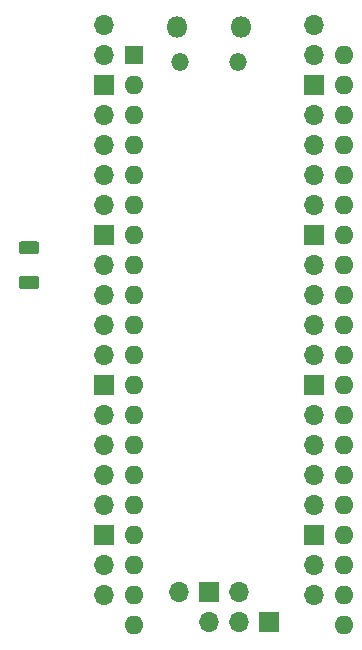
<source format=gbr>
%TF.GenerationSoftware,KiCad,Pcbnew,(5.1.9)-1*%
%TF.CreationDate,2021-10-31T23:11:17+08:00*%
%TF.ProjectId,PinRemapInterposer,50696e52-656d-4617-9049-6e746572706f,rev?*%
%TF.SameCoordinates,Original*%
%TF.FileFunction,Soldermask,Top*%
%TF.FilePolarity,Negative*%
%FSLAX46Y46*%
G04 Gerber Fmt 4.6, Leading zero omitted, Abs format (unit mm)*
G04 Created by KiCad (PCBNEW (5.1.9)-1) date 2021-10-31 23:11:17*
%MOMM*%
%LPD*%
G01*
G04 APERTURE LIST*
%ADD10O,1.700000X1.700000*%
%ADD11R,1.700000X1.700000*%
%ADD12O,1.500000X1.500000*%
%ADD13O,1.800000X1.800000*%
%ADD14O,1.600000X1.600000*%
%ADD15R,1.600000X1.600000*%
G04 APERTURE END LIST*
D10*
%TO.C,J2*%
X143510000Y-161060000D03*
X146050000Y-161060000D03*
D11*
X148590000Y-161060000D03*
%TD*%
%TO.C,R1*%
G36*
G01*
X128895001Y-129910000D02*
X127644999Y-129910000D01*
G75*
G02*
X127395000Y-129660001I0J249999D01*
G01*
X127395000Y-129034999D01*
G75*
G02*
X127644999Y-128785000I249999J0D01*
G01*
X128895001Y-128785000D01*
G75*
G02*
X129145000Y-129034999I0J-249999D01*
G01*
X129145000Y-129660001D01*
G75*
G02*
X128895001Y-129910000I-249999J0D01*
G01*
G37*
G36*
G01*
X128895001Y-132835000D02*
X127644999Y-132835000D01*
G75*
G02*
X127395000Y-132585001I0J249999D01*
G01*
X127395000Y-131959999D01*
G75*
G02*
X127644999Y-131710000I249999J0D01*
G01*
X128895001Y-131710000D01*
G75*
G02*
X129145000Y-131959999I0J-249999D01*
G01*
X129145000Y-132585001D01*
G75*
G02*
X128895001Y-132835000I-249999J0D01*
G01*
G37*
%TD*%
D10*
%TO.C,U5*%
X146050000Y-158520000D03*
D11*
X143510000Y-158520000D03*
D10*
X140970000Y-158520000D03*
D12*
X145935000Y-113650000D03*
X141085000Y-113650000D03*
D13*
X146235000Y-110620000D03*
X140785000Y-110620000D03*
D10*
X152400000Y-110490000D03*
X152400000Y-113030000D03*
D11*
X152400000Y-115570000D03*
D10*
X152400000Y-118110000D03*
X152400000Y-120650000D03*
X152400000Y-123190000D03*
X152400000Y-125730000D03*
D11*
X152400000Y-128270000D03*
D10*
X152400000Y-130810000D03*
X152400000Y-133350000D03*
X152400000Y-135890000D03*
X152400000Y-138430000D03*
D11*
X152400000Y-140970000D03*
D10*
X152400000Y-143510000D03*
X152400000Y-146050000D03*
X152400000Y-148590000D03*
X152400000Y-151130000D03*
D11*
X152400000Y-153670000D03*
D10*
X152400000Y-156210000D03*
X152400000Y-158750000D03*
X134620000Y-158750000D03*
X134620000Y-156210000D03*
D11*
X134620000Y-153670000D03*
D10*
X134620000Y-151130000D03*
X134620000Y-148590000D03*
X134620000Y-146050000D03*
X134620000Y-143510000D03*
D11*
X134620000Y-140970000D03*
D10*
X134620000Y-138430000D03*
X134620000Y-135890000D03*
X134620000Y-133350000D03*
X134620000Y-130810000D03*
D11*
X134620000Y-128270000D03*
D10*
X134620000Y-125730000D03*
X134620000Y-123190000D03*
X134620000Y-120650000D03*
X134620000Y-118110000D03*
D11*
X134620000Y-115570000D03*
D10*
X134620000Y-113030000D03*
X134620000Y-110490000D03*
%TD*%
D14*
%TO.C,J1*%
X154940000Y-113030000D03*
X137160000Y-161290000D03*
X154940000Y-115570000D03*
X137160000Y-158750000D03*
X154940000Y-118110000D03*
X137160000Y-156210000D03*
X154940000Y-120650000D03*
X137160000Y-153670000D03*
X154940000Y-123190000D03*
X137160000Y-151130000D03*
X154940000Y-125730000D03*
X137160000Y-148590000D03*
X154940000Y-128270000D03*
X137160000Y-146050000D03*
X154940000Y-130810000D03*
X137160000Y-143510000D03*
X154940000Y-133350000D03*
X137160000Y-140970000D03*
X154940000Y-135890000D03*
X137160000Y-138430000D03*
X154940000Y-138430000D03*
X137160000Y-135890000D03*
X154940000Y-140970000D03*
X137160000Y-133350000D03*
X154940000Y-143510000D03*
X137160000Y-130810000D03*
X154940000Y-146050000D03*
X137160000Y-128270000D03*
X154940000Y-148590000D03*
X137160000Y-125730000D03*
X154940000Y-151130000D03*
X137160000Y-123190000D03*
X154940000Y-153670000D03*
X137160000Y-120650000D03*
X154940000Y-156210000D03*
X137160000Y-118110000D03*
X154940000Y-158750000D03*
X137160000Y-115570000D03*
X154940000Y-161290000D03*
D15*
X137160000Y-113030000D03*
%TD*%
M02*

</source>
